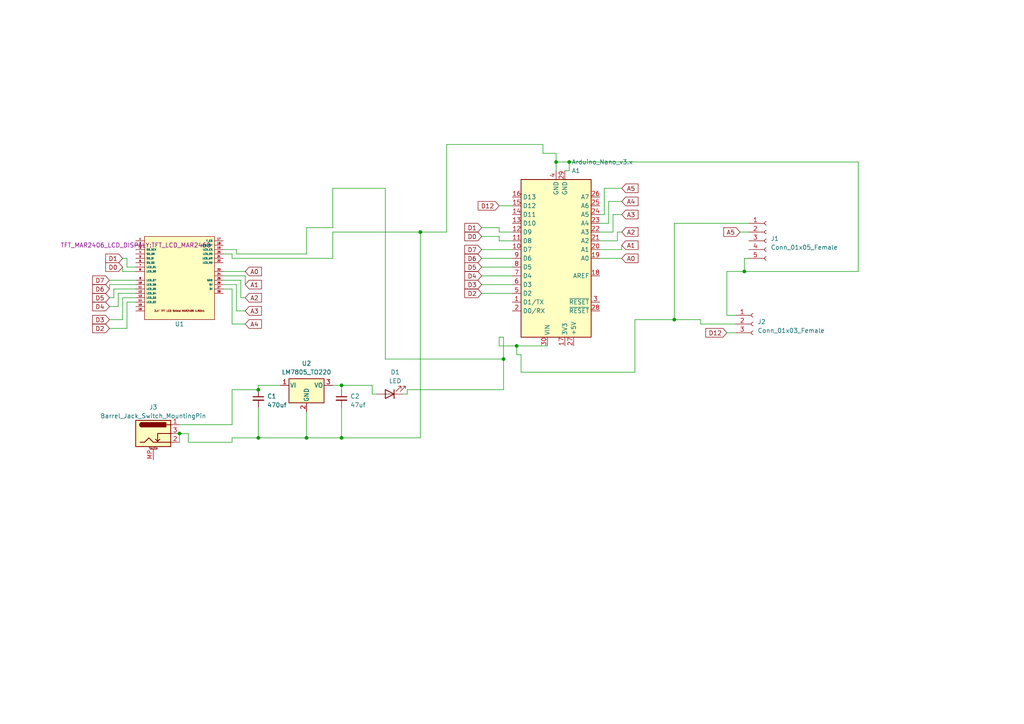
<source format=kicad_sch>
(kicad_sch (version 20221206) (generator eeschema)
  (paper "A4")
  (lib_symbols
    (symbol "Connector:Barrel_Jack_Switch_MountingPin" (pin_names hide)
      (property "Reference" "J" (at 0 5.334 0))
      (property "Value" "Barrel_Jack_Switch_MountingPin" (at 1.27 -6.35 0))
      (symbol "Barrel_Jack_Switch_MountingPin_0_1"
        (rectangle (start -5.08 3.81) (end 5.08 -3.81) (stroke (width 0.254)) (fill (type background)))
        (arc (start -3.302 3.175) (mid -3.9343 2.54) (end -3.302 1.905) (stroke (width 0.254)))
        (arc (start -3.302 3.175) (mid -3.9343 2.54) (end -3.302 1.905) (stroke (width 0.254)) (fill (type outline)))
        (polyline (pts (xy 1.27 -2.286) (xy 1.905 -1.651)) (stroke (width 0.254)))
        (polyline (pts (xy 5.08 2.54) (xy 3.81 2.54)) (stroke (width 0.254)))
        (polyline (pts (xy 5.08 0) (xy 1.27 0) (xy 1.27 -2.286) (xy 0.635 -1.651)) (stroke (width 0.254)))
        (polyline (pts (xy -3.81 -2.54) (xy -2.54 -2.54) (xy -1.27 -1.27) (xy 0 -2.54) (xy 2.54 -2.54) (xy 5.08 -2.54)) (stroke (width 0.254)))
        (rectangle (start 3.683 3.175) (end -3.302 1.905) (stroke (width 0.254)) (fill (type outline)))
      )
      (symbol "Barrel_Jack_Switch_MountingPin_1_1"
        (polyline (pts (xy -1.016 -4.572) (xy 1.016 -4.572)) (stroke (width 0.1524)))
        (text "Mounting" (at 0 -4.191 0) (effects (font (size 0.381 0.381))))
        (pin passive line (at 7.62 2.54 180) (length 2.54) (name "~") (number "1"))
        (pin passive line (at 7.62 -2.54 180) (length 2.54) (name "~") (number "2"))
        (pin passive line (at 7.62 0 180) (length 2.54) (name "~") (number "3"))
        (pin passive line (at 0 -7.62 90) (length 3.048) (name "MountPin") (number "MP"))
      )
    )
    (symbol "Connector:Conn_01x03_Female" (pin_names (offset 1.016) hide)
      (property "Reference" "J" (at 0 5.08 0))
      (property "Value" "Conn_01x03_Female" (at 0 -5.08 0))
      (symbol "Conn_01x03_Female_1_1"
        (arc (start 0 -2.032) (mid -0.5058 -2.54) (end 0 -3.048) (stroke (width 0.1524)))
        (polyline (pts (xy -1.27 -2.54) (xy -0.508 -2.54)) (stroke (width 0.1524)))
        (polyline (pts (xy -1.27 0) (xy -0.508 0)) (stroke (width 0.1524)))
        (polyline (pts (xy -1.27 2.54) (xy -0.508 2.54)) (stroke (width 0.1524)))
        (arc (start 0 0.508) (mid -0.5058 0) (end 0 -0.508) (stroke (width 0.1524)))
        (arc (start 0 3.048) (mid -0.5058 2.54) (end 0 2.032) (stroke (width 0.1524)))
        (pin passive line (at -5.08 2.54 0) (length 3.81) (name "Pin_1") (number "1"))
        (pin passive line (at -5.08 0 0) (length 3.81) (name "Pin_2") (number "2"))
        (pin passive line (at -5.08 -2.54 0) (length 3.81) (name "Pin_3") (number "3"))
      )
    )
    (symbol "Connector:Conn_01x05_Female" (pin_names (offset 1.016) hide)
      (property "Reference" "J" (at 0 7.62 0))
      (property "Value" "Conn_01x05_Female" (at 0 -7.62 0))
      (symbol "Conn_01x05_Female_1_1"
        (arc (start 0 -4.572) (mid -0.5058 -5.08) (end 0 -5.588) (stroke (width 0.1524)))
        (arc (start 0 -2.032) (mid -0.5058 -2.54) (end 0 -3.048) (stroke (width 0.1524)))
        (polyline (pts (xy -1.27 -5.08) (xy -0.508 -5.08)) (stroke (width 0.1524)))
        (polyline (pts (xy -1.27 -2.54) (xy -0.508 -2.54)) (stroke (width 0.1524)))
        (polyline (pts (xy -1.27 0) (xy -0.508 0)) (stroke (width 0.1524)))
        (polyline (pts (xy -1.27 2.54) (xy -0.508 2.54)) (stroke (width 0.1524)))
        (polyline (pts (xy -1.27 5.08) (xy -0.508 5.08)) (stroke (width 0.1524)))
        (arc (start 0 0.508) (mid -0.5058 0) (end 0 -0.508) (stroke (width 0.1524)))
        (arc (start 0 3.048) (mid -0.5058 2.54) (end 0 2.032) (stroke (width 0.1524)))
        (arc (start 0 5.588) (mid -0.5058 5.08) (end 0 4.572) (stroke (width 0.1524)))
        (pin passive line (at -5.08 5.08 0) (length 3.81) (name "Pin_1") (number "1"))
        (pin passive line (at -5.08 2.54 0) (length 3.81) (name "Pin_2") (number "2"))
        (pin passive line (at -5.08 0 0) (length 3.81) (name "Pin_3") (number "3"))
        (pin passive line (at -5.08 -2.54 0) (length 3.81) (name "Pin_4") (number "4"))
        (pin passive line (at -5.08 -5.08 0) (length 3.81) (name "Pin_5") (number "5"))
      )
    )
    (symbol "Device:C_Small" (pin_numbers hide) (pin_names (offset 0.254) hide)
      (property "Reference" "C" (at 0.254 1.778 0))
      (property "Value" "C_Small" (at 0.254 -2.032 0))
      (symbol "C_Small_0_1"
        (polyline (pts (xy -1.524 -0.508) (xy 1.524 -0.508)) (stroke (width 0.3302)))
        (polyline (pts (xy -1.524 0.508) (xy 1.524 0.508)) (stroke (width 0.3048)))
      )
      (symbol "C_Small_1_1"
        (pin passive line (at 0 2.54 270) (length 2.032) (name "~") (number "1"))
        (pin passive line (at 0 -2.54 90) (length 2.032) (name "~") (number "2"))
      )
    )
    (symbol "Device:LED" (pin_numbers hide) (pin_names (offset 1.016) hide)
      (property "Reference" "D" (at 0 2.54 0))
      (property "Value" "LED" (at 0 -2.54 0))
      (symbol "LED_0_1"
        (polyline (pts (xy -1.27 -1.27) (xy -1.27 1.27)) (stroke (width 0.254)))
        (polyline (pts (xy -1.27 0) (xy 1.27 0)))
        (polyline (pts (xy 1.27 -1.27) (xy 1.27 1.27) (xy -1.27 0) (xy 1.27 -1.27)) (stroke (width 0.254)))
        (polyline (pts (xy -3.048 -0.762) (xy -4.572 -2.286) (xy -3.81 -2.286) (xy -4.572 -2.286) (xy -4.572 -1.524)))
        (polyline (pts (xy -1.778 -0.762) (xy -3.302 -2.286) (xy -2.54 -2.286) (xy -3.302 -2.286) (xy -3.302 -1.524)))
      )
      (symbol "LED_1_1"
        (pin passive line (at -3.81 0 0) (length 2.54) (name "K") (number "1"))
        (pin passive line (at 3.81 0 180) (length 2.54) (name "A") (number "2"))
      )
    )
    (symbol "MCU_Module:Arduino_Nano_v3.x"
      (property "Reference" "A" (at -10.16 23.495 0))
      (property "Value" "Arduino_Nano_v3.x" (at 5.08 -24.13 0))
      (symbol "Arduino_Nano_v3.x_0_1"
        (rectangle (start -10.16 22.86) (end 10.16 -22.86) (stroke (width 0.254)) (fill (type background)))
      )
      (symbol "Arduino_Nano_v3.x_1_1"
        (pin bidirectional line (at -12.7 12.7 0) (length 2.54) (name "D1/TX") (number "1"))
        (pin bidirectional line (at -12.7 -2.54 0) (length 2.54) (name "D7") (number "10"))
        (pin bidirectional line (at -12.7 -5.08 0) (length 2.54) (name "D8") (number "11"))
        (pin bidirectional line (at -12.7 -7.62 0) (length 2.54) (name "D9") (number "12"))
        (pin bidirectional line (at -12.7 -10.16 0) (length 2.54) (name "D10") (number "13"))
        (pin bidirectional line (at -12.7 -12.7 0) (length 2.54) (name "D11") (number "14"))
        (pin bidirectional line (at -12.7 -15.24 0) (length 2.54) (name "D12") (number "15"))
        (pin bidirectional line (at -12.7 -17.78 0) (length 2.54) (name "D13") (number "16"))
        (pin power_out line (at 2.54 25.4 270) (length 2.54) (name "3V3") (number "17"))
        (pin input line (at 12.7 5.08 180) (length 2.54) (name "AREF") (number "18"))
        (pin bidirectional line (at 12.7 0 180) (length 2.54) (name "A0") (number "19"))
        (pin bidirectional line (at -12.7 15.24 0) (length 2.54) (name "D0/RX") (number "2"))
        (pin bidirectional line (at 12.7 -2.54 180) (length 2.54) (name "A1") (number "20"))
        (pin bidirectional line (at 12.7 -5.08 180) (length 2.54) (name "A2") (number "21"))
        (pin bidirectional line (at 12.7 -7.62 180) (length 2.54) (name "A3") (number "22"))
        (pin bidirectional line (at 12.7 -10.16 180) (length 2.54) (name "A4") (number "23"))
        (pin bidirectional line (at 12.7 -12.7 180) (length 2.54) (name "A5") (number "24"))
        (pin bidirectional line (at 12.7 -15.24 180) (length 2.54) (name "A6") (number "25"))
        (pin bidirectional line (at 12.7 -17.78 180) (length 2.54) (name "A7") (number "26"))
        (pin power_out line (at 5.08 25.4 270) (length 2.54) (name "+5V") (number "27"))
        (pin input line (at 12.7 15.24 180) (length 2.54) (name "~{RESET}") (number "28"))
        (pin power_in line (at 2.54 -25.4 90) (length 2.54) (name "GND") (number "29"))
        (pin input line (at 12.7 12.7 180) (length 2.54) (name "~{RESET}") (number "3"))
        (pin power_in line (at -2.54 25.4 270) (length 2.54) (name "VIN") (number "30"))
        (pin power_in line (at 0 -25.4 90) (length 2.54) (name "GND") (number "4"))
        (pin bidirectional line (at -12.7 10.16 0) (length 2.54) (name "D2") (number "5"))
        (pin bidirectional line (at -12.7 7.62 0) (length 2.54) (name "D3") (number "6"))
        (pin bidirectional line (at -12.7 5.08 0) (length 2.54) (name "D4") (number "7"))
        (pin bidirectional line (at -12.7 2.54 0) (length 2.54) (name "D5") (number "8"))
        (pin bidirectional line (at -12.7 0 0) (length 2.54) (name "D6") (number "9"))
      )
    )
    (symbol "Regulator_Linear:LM7805_TO220" (pin_names (offset 0.254))
      (property "Reference" "U" (at -3.81 3.175 0))
      (property "Value" "LM7805_TO220" (at 0 3.175 0))
      (symbol "LM7805_TO220_0_1"
        (rectangle (start -5.08 1.905) (end 5.08 -5.08) (stroke (width 0.254)) (fill (type background)))
      )
      (symbol "LM7805_TO220_1_1"
        (pin power_in line (at -7.62 0 0) (length 2.54) (name "VI") (number "1"))
        (pin power_in line (at 0 -7.62 90) (length 2.54) (name "GND") (number "2"))
        (pin power_out line (at 7.62 0 180) (length 2.54) (name "VO") (number "3"))
      )
    )
    (symbol "TFT_MAR2406_LCD_Dispaly:TFT_LCD_MAR2406"
      (property "Reference" "U" (at 16.51 -6.35 0))
      (symbol "TFT_LCD_MAR2406_0_0"
        (text "" (at 11.43 -2.54 0) (effects (font (size 1.27 1.27))))
        (text "2.4\" TFT LCD Shield MAR2409 ILI9341" (at 16.51 2.54 0) (effects (font (size 0.5 0.5))))
      )
      (symbol "TFT_LCD_MAR2406_0_1"
        (rectangle (start 6.35 5.08) (end 26.67 -19.05) (fill (type background)))
      )
      (symbol "TFT_LCD_MAR2406_1_1"
        (pin bidirectional line (at 3.81 -17.78 0) (length 2.54) (name "") (number "1"))
        (pin bidirectional line (at 3.81 -5.08 0) (length 2.54) (name "LCD_D6") (number "10"))
        (pin bidirectional line (at 3.81 -3.81 0) (length 2.54) (name "LCD_D5") (number "11"))
        (pin bidirectional line (at 3.81 -2.54 0) (length 2.54) (name "LCD_D4") (number "12"))
        (pin bidirectional line (at 3.81 -1.27 0) (length 2.54) (name "LCD_D3") (number "13"))
        (pin bidirectional line (at 3.81 0 0) (length 2.54) (name "LCD_D2") (number "14"))
        (pin bidirectional line (at 3.81 1.27 0) (length 2.54) (name "") (number "15"))
        (pin bidirectional line (at 3.81 2.54 0) (length 2.54) (name "") (number "16"))
        (pin bidirectional line (at 29.21 -17.78 180) (length 2.54) (name "F_CS") (number "17"))
        (pin bidirectional line (at 29.21 -16.51 180) (length 2.54) (name "LCD_RST") (number "18"))
        (pin bidirectional line (at 29.21 -15.24 180) (length 2.54) (name "LCD_CS") (number "19"))
        (pin bidirectional line (at 3.81 -16.51 0) (length 2.54) (name "") (number "2"))
        (pin bidirectional line (at 29.21 -13.97 180) (length 2.54) (name "LCD_RS") (number "20"))
        (pin bidirectional line (at 29.21 -12.7 180) (length 2.54) (name "LCD_WR") (number "21"))
        (pin bidirectional line (at 29.21 -11.43 180) (length 2.54) (name "LCD_RD") (number "22"))
        (pin bidirectional line (at 29.21 -8.89 180) (length 2.54) (name "") (number "23"))
        (pin bidirectional line (at 29.21 -7.62 180) (length 2.54) (name "") (number "24"))
        (pin bidirectional line (at 29.21 -6.35 180) (length 2.54) (name "GND") (number "25"))
        (pin bidirectional line (at 29.21 -5.08 180) (length 2.54) (name "5V") (number "26"))
        (pin bidirectional line (at 29.21 -3.81 180) (length 2.54) (name "3V") (number "27"))
        (pin bidirectional line (at 29.21 -2.54 180) (length 2.54) (name "") (number "28"))
        (pin bidirectional line (at 3.81 -15.24 0) (length 2.54) (name "SD_SCK") (number "3"))
        (pin bidirectional line (at 3.81 -13.97 0) (length 2.54) (name "SD_D0") (number "4"))
        (pin bidirectional line (at 3.81 -12.7 0) (length 2.54) (name "SD_DI") (number "5"))
        (pin bidirectional line (at 3.81 -11.43 0) (length 2.54) (name "SD_SS") (number "6"))
        (pin bidirectional line (at 3.81 -10.16 0) (length 2.54) (name "LCD_D1") (number "7"))
        (pin bidirectional line (at 3.81 -8.89 0) (length 2.54) (name "LCD_D0") (number "8"))
        (pin bidirectional line (at 3.81 -6.35 0) (length 2.54) (name "LCD_D7") (number "9"))
      )
    )
  )
  (junction (at 99.06 127))
  (junction (at 52.07 125.73))
  (junction (at 146.05 104.14))
  (junction (at 88.9 127))
  (junction (at 74.93 127))
  (junction (at 215.9 78.74))
  (junction (at 165.1 46.99))
  (junction (at 149.86 100.33))
  (junction (at 195.58 92.71))
  (junction (at 74.93 113.03))
  (junction (at 121.92 67.31))
  (junction (at 161.29 46.99))
  (junction (at 99.06 111.76))
  (wire (pts (xy 139.7 72.39) (xy 148.59 72.39)))
  (wire (pts (xy 129.54 41.91) (xy 157.48 41.91)))
  (wire (pts (xy 179.07 67.31) (xy 180.34 67.31)))
  (wire (pts (xy 39.37 81.28) (xy 31.75 81.28)))
  (wire (pts (xy 203.2 92.71) (xy 203.2 93.98)))
  (wire (pts (xy 146.05 113.03) (xy 146.05 104.14)))
  (wire (pts (xy 31.75 82.55) (xy 31.75 83.82)))
  (wire (pts (xy 148.59 67.31) (xy 144.78 67.31)))
  (wire (pts (xy 139.7 82.55) (xy 148.59 82.55)))
  (wire (pts (xy 74.93 118.11) (xy 74.93 127)))
  (wire (pts (xy 99.06 127) (xy 88.9 127)))
  (wire (pts (xy 139.7 85.09) (xy 148.59 85.09)))
  (wire (pts (xy 161.29 46.99) (xy 161.29 44.45)))
  (wire (pts (xy 215.9 78.74) (xy 248.92 78.74)))
  (wire (pts (xy 175.26 54.61) (xy 180.34 54.61)))
  (wire (pts (xy 39.37 78.74) (xy 35.56 78.74)))
  (wire (pts (xy 68.58 82.55) (xy 68.58 90.17)))
  (wire (pts (xy 144.78 69.85) (xy 148.59 69.85)))
  (wire (pts (xy 144.78 68.58) (xy 144.78 69.85)))
  (wire (pts (xy 151.13 107.95) (xy 151.13 102.87)))
  (wire (pts (xy 39.37 83.82) (xy 33.02 83.82)))
  (wire (pts (xy 179.07 69.85) (xy 179.07 67.31)))
  (wire (pts (xy 146.05 104.14) (xy 146.05 97.79)))
  (wire (pts (xy 213.36 93.98) (xy 203.2 93.98)))
  (wire (pts (xy 144.78 100.33) (xy 149.86 100.33)))
  (wire (pts (xy 215.9 78.74) (xy 210.82 78.74)))
  (wire (pts (xy 36.83 95.25) (xy 31.75 95.25)))
  (wire (pts (xy 195.58 64.77) (xy 217.17 64.77)))
  (wire (pts (xy 54.61 128.27) (xy 67.31 128.27)))
  (wire (pts (xy 195.58 92.71) (xy 184.15 92.71)))
  (wire (pts (xy 88.9 66.04) (xy 96.52 66.04)))
  (wire (pts (xy 68.58 73.66) (xy 88.9 73.66)))
  (wire (pts (xy 203.2 92.71) (xy 195.58 92.71)))
  (wire (pts (xy 111.76 104.14) (xy 146.05 104.14)))
  (wire (pts (xy 35.56 78.74) (xy 35.56 77.47)))
  (wire (pts (xy 96.52 74.93) (xy 96.52 67.31)))
  (wire (pts (xy 68.58 72.39) (xy 68.58 73.66)))
  (wire (pts (xy 144.78 67.31) (xy 144.78 66.04)))
  (wire (pts (xy 176.53 64.77) (xy 176.53 58.42)))
  (wire (pts (xy 36.83 77.47) (xy 36.83 74.93)))
  (wire (pts (xy 161.29 46.99) (xy 165.1 46.99)))
  (wire (pts (xy 88.9 73.66) (xy 88.9 66.04)))
  (wire (pts (xy 88.9 119.38) (xy 88.9 127)))
  (wire (pts (xy 64.77 83.82) (xy 67.31 83.82)))
  (wire (pts (xy 173.99 67.31) (xy 177.8 67.31)))
  (wire (pts (xy 69.85 81.28) (xy 69.85 86.36)))
  (wire (pts (xy 39.37 87.63) (xy 36.83 87.63)))
  (wire (pts (xy 99.06 111.76) (xy 107.95 111.76)))
  (wire (pts (xy 39.37 86.36) (xy 35.56 86.36)))
  (wire (pts (xy 165.1 49.53) (xy 165.1 46.99)))
  (wire (pts (xy 107.95 111.76) (xy 107.95 114.3)))
  (wire (pts (xy 67.31 73.66) (xy 67.31 74.93)))
  (wire (pts (xy 157.48 41.91) (xy 157.48 44.45)))
  (wire (pts (xy 177.8 67.31) (xy 177.8 62.23)))
  (wire (pts (xy 121.92 67.31) (xy 121.92 127)))
  (wire (pts (xy 215.9 74.93) (xy 217.17 74.93)))
  (wire (pts (xy 149.86 102.87) (xy 151.13 102.87)))
  (wire (pts (xy 67.31 113.03) (xy 74.93 113.03)))
  (wire (pts (xy 173.99 69.85) (xy 179.07 69.85)))
  (wire (pts (xy 96.52 66.04) (xy 96.52 54.61)))
  (wire (pts (xy 173.99 72.39) (xy 180.34 72.39)))
  (wire (pts (xy 36.83 87.63) (xy 36.83 95.25)))
  (wire (pts (xy 33.02 86.36) (xy 31.75 86.36)))
  (wire (pts (xy 64.77 72.39) (xy 68.58 72.39)))
  (wire (pts (xy 64.77 81.28) (xy 69.85 81.28)))
  (wire (pts (xy 67.31 113.03) (xy 67.31 123.19)))
  (wire (pts (xy 52.07 125.73) (xy 54.61 125.73)))
  (wire (pts (xy 139.7 80.01) (xy 148.59 80.01)))
  (wire (pts (xy 107.95 114.3) (xy 109.22 114.3)))
  (wire (pts (xy 146.05 97.79) (xy 144.78 97.79)))
  (wire (pts (xy 144.78 97.79) (xy 144.78 100.33)))
  (wire (pts (xy 33.02 83.82) (xy 33.02 86.36)))
  (wire (pts (xy 121.92 127) (xy 99.06 127)))
  (wire (pts (xy 69.85 86.36) (xy 71.12 86.36)))
  (wire (pts (xy 248.92 46.99) (xy 248.92 78.74)))
  (wire (pts (xy 64.77 82.55) (xy 68.58 82.55)))
  (wire (pts (xy 144.78 66.04) (xy 139.7 66.04)))
  (wire (pts (xy 35.56 92.71) (xy 31.75 92.71)))
  (wire (pts (xy 163.83 49.53) (xy 165.1 49.53)))
  (wire (pts (xy 184.15 107.95) (xy 151.13 107.95)))
  (wire (pts (xy 36.83 74.93) (xy 35.56 74.93)))
  (wire (pts (xy 116.84 114.3) (xy 118.11 114.3)))
  (wire (pts (xy 165.1 46.99) (xy 248.92 46.99)))
  (wire (pts (xy 118.11 114.3) (xy 118.11 113.03)))
  (wire (pts (xy 67.31 83.82) (xy 67.31 93.98)))
  (wire (pts (xy 139.7 77.47) (xy 148.59 77.47)))
  (wire (pts (xy 64.77 73.66) (xy 67.31 73.66)))
  (wire (pts (xy 176.53 58.42) (xy 180.34 58.42)))
  (wire (pts (xy 99.06 118.11) (xy 99.06 127)))
  (wire (pts (xy 129.54 67.31) (xy 129.54 41.91)))
  (wire (pts (xy 111.76 54.61) (xy 96.52 54.61)))
  (wire (pts (xy 64.77 80.01) (xy 71.12 80.01)))
  (wire (pts (xy 64.77 78.74) (xy 71.12 78.74)))
  (wire (pts (xy 68.58 90.17) (xy 71.12 90.17)))
  (wire (pts (xy 52.07 125.73) (xy 52.07 128.27)))
  (wire (pts (xy 74.93 111.76) (xy 74.93 113.03)))
  (wire (pts (xy 34.29 88.9) (xy 31.75 88.9)))
  (wire (pts (xy 81.28 111.76) (xy 74.93 111.76)))
  (wire (pts (xy 35.56 86.36) (xy 35.56 92.71)))
  (wire (pts (xy 139.7 68.58) (xy 144.78 68.58)))
  (wire (pts (xy 173.99 62.23) (xy 175.26 62.23)))
  (wire (pts (xy 39.37 77.47) (xy 36.83 77.47)))
  (wire (pts (xy 180.34 72.39) (xy 180.34 71.12)))
  (wire (pts (xy 149.86 100.33) (xy 158.75 100.33)))
  (wire (pts (xy 71.12 80.01) (xy 71.12 82.55)))
  (wire (pts (xy 173.99 64.77) (xy 176.53 64.77)))
  (wire (pts (xy 39.37 82.55) (xy 31.75 82.55)))
  (wire (pts (xy 99.06 111.76) (xy 99.06 113.03)))
  (wire (pts (xy 210.82 78.74) (xy 210.82 91.44)))
  (wire (pts (xy 139.7 74.93) (xy 148.59 74.93)))
  (wire (pts (xy 184.15 92.71) (xy 184.15 107.95)))
  (wire (pts (xy 175.26 62.23) (xy 175.26 54.61)))
  (wire (pts (xy 144.78 59.69) (xy 148.59 59.69)))
  (wire (pts (xy 74.93 127) (xy 67.31 127)))
  (wire (pts (xy 67.31 93.98) (xy 71.12 93.98)))
  (wire (pts (xy 177.8 62.23) (xy 180.34 62.23)))
  (wire (pts (xy 88.9 127) (xy 74.93 127)))
  (wire (pts (xy 118.11 113.03) (xy 146.05 113.03)))
  (wire (pts (xy 215.9 78.74) (xy 215.9 74.93)))
  (wire (pts (xy 149.86 100.33) (xy 149.86 102.87)))
  (wire (pts (xy 195.58 92.71) (xy 195.58 64.77)))
  (wire (pts (xy 173.99 74.93) (xy 180.34 74.93)))
  (wire (pts (xy 214.63 67.31) (xy 217.17 67.31)))
  (wire (pts (xy 161.29 44.45) (xy 157.48 44.45)))
  (wire (pts (xy 111.76 54.61) (xy 111.76 104.14)))
  (wire (pts (xy 210.82 96.52) (xy 213.36 96.52)))
  (wire (pts (xy 34.29 85.09) (xy 34.29 88.9)))
  (wire (pts (xy 161.29 49.53) (xy 161.29 46.99)))
  (wire (pts (xy 213.36 91.44) (xy 210.82 91.44)))
  (wire (pts (xy 96.52 111.76) (xy 99.06 111.76)))
  (wire (pts (xy 121.92 67.31) (xy 129.54 67.31)))
  (wire (pts (xy 67.31 128.27) (xy 67.31 127)))
  (wire (pts (xy 52.07 123.19) (xy 67.31 123.19)))
  (wire (pts (xy 67.31 74.93) (xy 96.52 74.93)))
  (wire (pts (xy 39.37 85.09) (xy 34.29 85.09)))
  (wire (pts (xy 96.52 67.31) (xy 121.92 67.31)))
  (wire (pts (xy 54.61 125.73) (xy 54.61 128.27)))
  (global_label "D6" (shape input) (at 31.75 83.82 180) (property "Intersheetrefs" "${INTERSHEET_REFS}" (effects hide)))
  (global_label "D12" (shape input) (at 144.78 59.69 180) (property "Intersheetrefs" "${INTERSHEET_REFS}" (effects hide)))
  (global_label "D5" (shape input) (at 139.7 77.47 180) (property "Intersheetrefs" "${INTERSHEET_REFS}" (effects hide)))
  (global_label "D3" (shape input) (at 31.75 92.71 180) (property "Intersheetrefs" "${INTERSHEET_REFS}" (effects hide)))
  (global_label "A3" (shape input) (at 180.34 62.23 0) (property "Intersheetrefs" "${INTERSHEET_REFS}" (effects hide)))
  (global_label "D0" (shape input) (at 139.7 68.58 180) (property "Intersheetrefs" "${INTERSHEET_REFS}" (effects hide)))
  (global_label "D1" (shape input) (at 139.7 66.04 180) (property "Intersheetrefs" "${INTERSHEET_REFS}" (effects hide)))
  (global_label "D12" (shape input) (at 210.82 96.52 180) (property "Intersheetrefs" "${INTERSHEET_REFS}" (effects hide)))
  (global_label "A2" (shape input) (at 180.34 67.31 0) (property "Intersheetrefs" "${INTERSHEET_REFS}" (effects hide)))
  (global_label "A4" (shape input) (at 71.12 93.98 0) (property "Intersheetrefs" "${INTERSHEET_REFS}" (effects hide)))
  (global_label "A5" (shape input) (at 214.63 67.31 180) (property "Intersheetrefs" "${INTERSHEET_REFS}" (effects hide)))
  (global_label "D2" (shape input) (at 139.7 85.09 180) (property "Intersheetrefs" "${INTERSHEET_REFS}" (effects hide)))
  (global_label "D2" (shape input) (at 31.75 95.25 180) (property "Intersheetrefs" "${INTERSHEET_REFS}" (effects hide)))
  (global_label "A5" (shape input) (at 180.34 54.61 0) (property "Intersheetrefs" "${INTERSHEET_REFS}" (effects hide)))
  (global_label "A3" (shape input) (at 71.12 90.17 0) (property "Intersheetrefs" "${INTERSHEET_REFS}" (effects hide)))
  (global_label "D1" (shape input) (at 35.56 74.93 180) (property "Intersheetrefs" "${INTERSHEET_REFS}" (effects hide)))
  (global_label "D7" (shape input) (at 139.7 72.39 180) (property "Intersheetrefs" "${INTERSHEET_REFS}" (effects hide)))
  (global_label "D3" (shape input) (at 139.7 82.55 180) (property "Intersheetrefs" "${INTERSHEET_REFS}" (effects hide)))
  (global_label "A1" (shape input) (at 71.12 82.55 0) (property "Intersheetrefs" "${INTERSHEET_REFS}" (effects hide)))
  (global_label "D0" (shape input) (at 35.56 77.47 180) (property "Intersheetrefs" "${INTERSHEET_REFS}" (effects hide)))
  (global_label "A2" (shape input) (at 71.12 86.36 0) (property "Intersheetrefs" "${INTERSHEET_REFS}" (effects hide)))
  (global_label "D4" (shape input) (at 31.75 88.9 180) (property "Intersheetrefs" "${INTERSHEET_REFS}" (effects hide)))
  (global_label "A1" (shape input) (at 180.34 71.12 0) (property "Intersheetrefs" "${INTERSHEET_REFS}" (effects hide)))
  (global_label "D4" (shape input) (at 139.7 80.01 180) (property "Intersheetrefs" "${INTERSHEET_REFS}" (effects hide)))
  (global_label "A0" (shape input) (at 71.12 78.74 0) (property "Intersheetrefs" "${INTERSHEET_REFS}" (effects hide)))
  (global_label "A4" (shape input) (at 180.34 58.42 0) (property "Intersheetrefs" "${INTERSHEET_REFS}" (effects hide)))
  (global_label "D5" (shape input) (at 31.75 86.36 180) (property "Intersheetrefs" "${INTERSHEET_REFS}" (effects hide)))
  (global_label "D6" (shape input) (at 139.7 74.93 180) (property "Intersheetrefs" "${INTERSHEET_REFS}" (effects hide)))
  (global_label "A0" (shape input) (at 180.34 74.93 0) (property "Intersheetrefs" "${INTERSHEET_REFS}" (effects hide)))
  (global_label "D7" (shape input) (at 31.75 81.28 180) (property "Intersheetrefs" "${INTERSHEET_REFS}" (effects hide)))
  (symbol (lib_id "Regulator_Linear:LM7805_TO220") (at 88.9 111.76 0) (unit 1)
    (property "Reference" "U2" (at 88.9 105.41 0))
    (property "Value" "LM7805_TO220" (at 88.9 107.95 0))
    (property "Footprint" "Package_TO_SOT_THT:TO-220-3_Vertical" (effects hide))
    (property "Datasheet" "https://www.onsemi.cn/PowerSolutions/document/MC7800-D.PDF" (effects hide))
  )
  (symbol (lib_id "Connector:Conn_01x03_Female") (at 218.44 93.98 0) (unit 1)
    (property "Reference" "J2" (at 219.71 93.345 0) (effects (justify left)))
    (property "Value" "Conn_01x03_Female" (at 219.71 95.885 0) (effects (justify left)))
    (property "Footprint" "Connector_PinHeader_2.54mm:PinHeader_1x03_P2.54mm_Vertical_SMD_Pin1Left" (effects hide))
  )
  (symbol (lib_id "TFT_MAR2406_LCD_Dispaly:TFT_LCD_MAR2406") (at 35.56 87.63 0) (mirror x) (unit 1)
    (property "Reference" "U1" (at 52.07 93.98 0))
    (property "Value" "~" (at 39.37 71.12 0))
    (property "Footprint" "TFT_MAR2406_LCD_DISPALY:TFT_LCD_MAR2460" (at 39.37 71.12 0))
  )
  (symbol (lib_id "Connector:Conn_01x05_Female") (at 222.25 69.85 0) (unit 1)
    (property "Reference" "J1" (at 223.52 69.215 0) (effects (justify left)))
    (property "Value" "Conn_01x05_Female" (at 223.52 71.755 0) (effects (justify left)))
    (property "Footprint" "Connector_PinHeader_2.54mm:PinHeader_1x05_P2.54mm_Vertical_SMD_Pin1Left" (effects hide))
  )
  (symbol (lib_id "Connector:Barrel_Jack_Switch_MountingPin") (at 44.45 125.73 0) (unit 1)
    (property "Reference" "J3" (at 44.45 118.11 0))
    (property "Value" "Barrel_Jack_Switch_MountingPin" (at 44.45 120.65 0))
    (property "Footprint" "Connector_BarrelJack:BarrelJack_GCT_DCJ200-10-A_Horizontal" (effects hide))
  )
  (symbol (lib_id "MCU_Module:Arduino_Nano_v3.x") (at 161.29 74.93 0) (mirror x) (unit 1)
    (property "Reference" "A1" (at 165.7859 49.53 0) (effects (justify left)))
    (property "Value" "Arduino_Nano_v3.x" (at 165.7859 46.99 0) (effects (justify left)))
    (property "Footprint" "Module:Arduino_Nano" (effects hide))
    (property "Datasheet" "http://www.mouser.com/pdfdocs/Gravitech_Arduino_Nano3_0.pdf" (effects hide))
  )
  (symbol (lib_id "Device:C_Small") (at 74.93 115.57 0) (unit 1)
    (property "Reference" "C1" (at 77.47 114.9413 0) (effects (justify left)))
    (property "Value" "470uf" (at 77.47 117.4813 0) (effects (justify left)))
    (property "Footprint" "Capacitor_SMD:CP_Elec_5x4.4" (effects hide))
  )
  (symbol (lib_id "Device:LED") (at 113.03 114.3 180) (unit 1)
    (property "Reference" "D1" (at 114.6175 107.95 0))
    (property "Value" "LED" (at 114.6175 110.49 0))
    (property "Footprint" "Capacitor_SMD:CP_Elec_5x4.4" (effects hide))
  )
  (symbol (lib_id "Device:C_Small") (at 99.06 115.57 0) (unit 1)
    (property "Reference" "C2" (at 101.6 114.9413 0) (effects (justify left)))
    (property "Value" "47uf" (at 101.6 117.4813 0) (effects (justify left)))
    (property "Footprint" "Capacitor_SMD:CP_Elec_5x4.4" (effects hide))
  )
)
</source>
